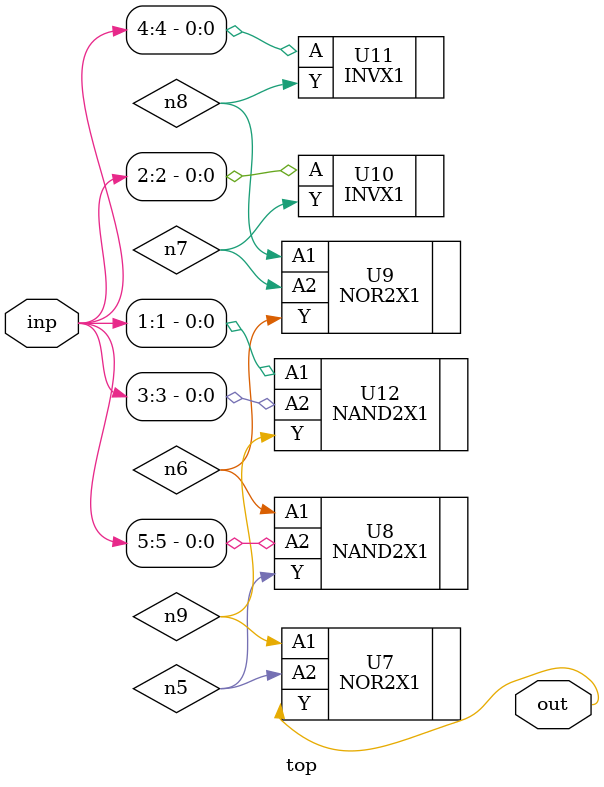
<source format=sv>


module top ( inp, out );
  input [5:0] inp;
  output out;
  wire   n5, n6, n7, n8, n9;

  NOR2X1 U7 ( .A1(n9), .A2(n5), .Y(out) );
  NAND2X1 U8 ( .A1(n6), .A2(inp[5]), .Y(n5) );
  NOR2X1 U9 ( .A1(n8), .A2(n7), .Y(n6) );
  INVX1 U10 ( .A(inp[2]), .Y(n7) );
  INVX1 U11 ( .A(inp[4]), .Y(n8) );
  NAND2X1 U12 ( .A1(inp[1]), .A2(inp[3]), .Y(n9) );
endmodule


</source>
